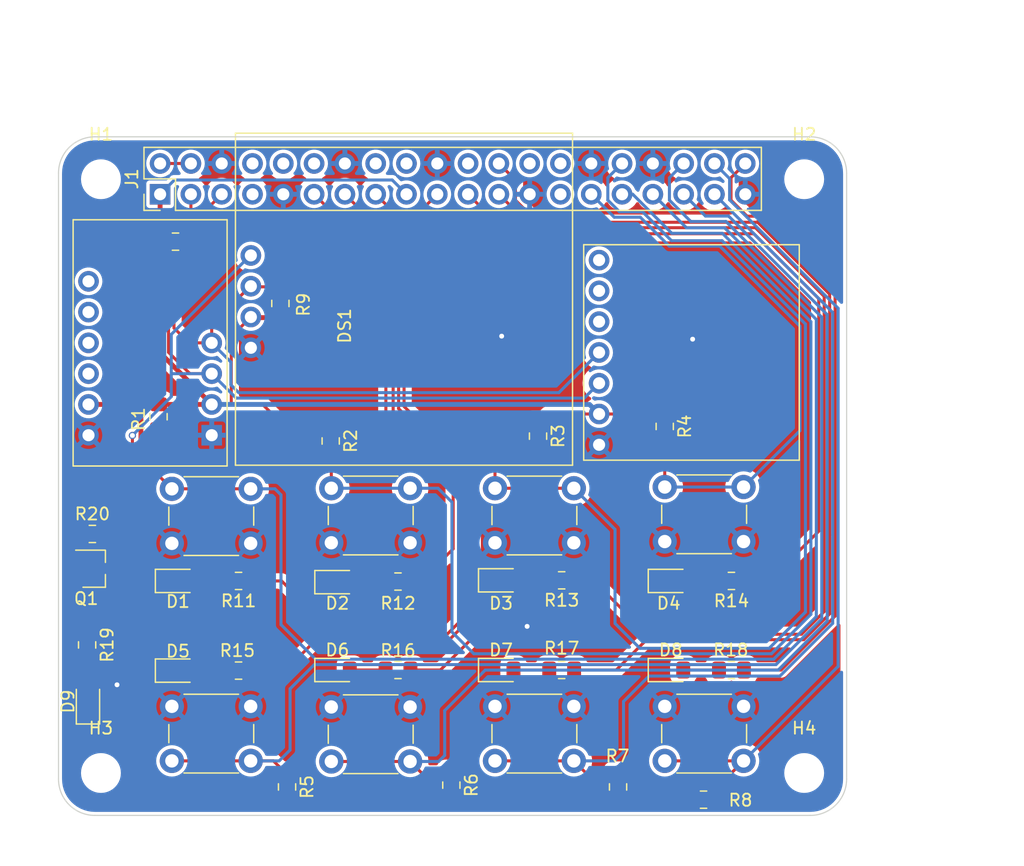
<source format=kicad_pcb>
(kicad_pcb (version 20211014) (generator pcbnew)
  (title_block (title "RaspberryPi Shield") (date "2022-05-17") (rev "26.05.2022") (company "t02 Niko Fauter"))
  (layers (0 "F.Cu" signal) (31 "B.Cu" signal) (34 "B.Paste" user) (35 "F.Paste" user) (36 "B.SilkS" user "B.Silkscreen") (37 "F.SilkS" user "F.Silkscreen") (38 "B.Mask" user) (39 "F.Mask" user) (44 "Edge.Cuts" user))
  (net 0 "")
  (net 1 "GND")
  (net 2 "+3V3")
  (net 3 "SDA")
  (net 4 "SCL")
  (net 12 "Net-(D1-Pad2)")
  (net 13 "Net-(D2-Pad2)")
  (net 14 "Net-(D3-Pad2)")
  (net 15 "Net-(D4-Pad2)")
  (net 16 "Net-(D5-Pad2)")
  (net 17 "Net-(D6-Pad2)")
  (net 18 "Net-(D7-Pad2)")
  (net 19 "Net-(D8-Pad2)")
  (net 20 "Button 8")
  (net 21 "Button 7")
  (net 22 "Diode 8")
  (net 23 "Button 6")
  (net 24 "Diode 7")
  (net 25 "Diode 6")
  (net 26 "Button 5")
  (net 27 "Diode 5")
  (net 28 "Diode 4")
  (net 29 "Button 4")
  (net 30 "Diode 3")
  (net 31 "Button 3")
  (net 32 "Button 2")
  (net 33 "Diode 2")
  (net 34 "Button 1")
  (net 35 "Diode 1")
  (net 36 "+5V")
  (net 47 "Net-(D9-Pad2)")
  (net 48 "Net-(Q1-Pad1)")
  (net 49 "Net-(Q1-Pad3)")
  (footprint "HWP:PiHeader" (layer "F.Cu") (at 8.38 5.24 90)
    (fp_text reference "J1" (at 1.27 -2.33 90) (layer "F.SilkS"))
    (fp_text value "PiHat")
    (pad "1" thru_hole rect locked (at 0 0 90) (size 1.7 1.7) (drill 1) (layers *.Cu *.Mask) (net 2 "+3V3"))
    (pad "2" thru_hole oval locked (at 2.54 0 90) (size 1.7 1.7) (drill 1) (layers *.Cu *.Mask) (net 36 "+5V"))
    (pad "3" thru_hole oval locked (at 0 2.54 90) (size 1.7 1.7) (drill 1) (layers *.Cu *.Mask) (net 3 "SDA"))
    (pad "4" thru_hole oval locked (at 2.54 2.54 90) (size 1.7 1.7) (drill 1) (layers *.Cu *.Mask) (net 36 "+5V"))
    (pad "5" thru_hole oval locked (at 0 5.08 90) (size 1.7 1.7) (drill 1) (layers *.Cu *.Mask) (net 4 "SCL"))
    (pad "6" thru_hole oval locked (at 2.54 5.08 90) (size 1.7 1.7) (drill 1) (layers *.Cu *.Mask) (net 1 "GND"))
    (pad "7" thru_hole oval locked (at 0 7.62 90) (size 1.7 1.7) (drill 1) (layers *.Cu *.Mask))
    (pad "8" thru_hole oval locked (at 2.54 7.62 90) (size 1.7 1.7) (drill 1) (layers *.Cu *.Mask))
    (pad "9" thru_hole oval locked (at 0 10.16 90) (size 1.7 1.7) (drill 1) (layers *.Cu *.Mask) (net 1 "GND"))
    (pad "10" thru_hole oval locked (at 2.54 10.16 90) (size 1.7 1.7) (drill 1) (layers *.Cu *.Mask))
    (pad "11" thru_hole oval locked (at 0 12.7 90) (size 1.7 1.7) (drill 1) (layers *.Cu *.Mask) (net 33 "Diode 2"))
    (pad "12" thru_hole oval locked (at 2.54 12.7 90) (size 1.7 1.7) (drill 1) (layers *.Cu *.Mask))
    (pad "13" thru_hole oval locked (at 0 15.24 90) (size 1.7 1.7) (drill 1) (layers *.Cu *.Mask) (net 35 "Diode 1"))
    (pad "14" thru_hole oval locked (at 2.54 15.24 90) (size 1.7 1.7) (drill 1) (layers *.Cu *.Mask) (net 1 "GND"))
    (pad "15" thru_hole oval locked (at 0 17.78 90) (size 1.7 1.7) (drill 1) (layers *.Cu *.Mask) (net 27 "Diode 5"))
    (pad "16" thru_hole oval locked (at 2.54 17.78 90) (size 1.7 1.7) (drill 1) (layers *.Cu *.Mask))
    (pad "17" thru_hole oval locked (at 0 20.32 90) (size 1.7 1.7) (drill 1) (layers *.Cu *.Mask) (net 2 "+3V3"))
    (pad "18" thru_hole oval locked (at 2.54 20.32 90) (size 1.7 1.7) (drill 1) (layers *.Cu *.Mask))
    (pad "19" thru_hole oval locked (at 0 22.86 90) (size 1.7 1.7) (drill 1) (layers *.Cu *.Mask) (net 25 "Diode 6"))
    (pad "20" thru_hole oval locked (at 2.54 22.86 90) (size 1.7 1.7) (drill 1) (layers *.Cu *.Mask) (net 1 "GND"))
    (pad "21" thru_hole oval locked (at 0 25.4 90) (size 1.7 1.7) (drill 1) (layers *.Cu *.Mask) (net 28 "Diode 4"))
    (pad "22" thru_hole oval locked (at 2.54 25.4 90) (size 1.7 1.7) (drill 1) (layers *.Cu *.Mask))
    (pad "23" thru_hole oval locked (at 0 27.94 90) (size 1.7 1.7) (drill 1) (layers *.Cu *.Mask) (net 30 "Diode 3"))
    (pad "24" thru_hole oval locked (at 2.54 27.94 90) (size 1.7 1.7) (drill 1) (layers *.Cu *.Mask) (net 24 "Diode 7"))
    (pad "25" thru_hole oval locked (at 0 30.48 90) (size 1.7 1.7) (drill 1) (layers *.Cu *.Mask) (net 1 "GND"))
    (pad "26" thru_hole oval locked (at 2.54 30.48 90) (size 1.7 1.7) (drill 1) (layers *.Cu *.Mask))
    (pad "27" thru_hole oval locked (at 0 33.02 90) (size 1.7 1.7) (drill 1) (layers *.Cu *.Mask))
    (pad "28" thru_hole oval locked (at 2.54 33.02 90) (size 1.7 1.7) (drill 1) (layers *.Cu *.Mask))
    (pad "29" thru_hole oval locked (at 0 35.56 90) (size 1.7 1.7) (drill 1) (layers *.Cu *.Mask) (net 29 "Button 4"))
    (pad "30" thru_hole oval locked (at 2.54 35.56 90) (size 1.7 1.7) (drill 1) (layers *.Cu *.Mask) (net 1 "GND"))
    (pad "31" thru_hole oval locked (at 0 38.1 90) (size 1.7 1.7) (drill 1) (layers *.Cu *.Mask) (net 32 "Button 2"))
    (pad "32" thru_hole oval locked (at 2.54 38.1 90) (size 1.7 1.7) (drill 1) (layers *.Cu *.Mask) (net 31 "Button 3"))
    (pad "33" thru_hole oval locked (at 0 40.64 90) (size 1.7 1.7) (drill 1) (layers *.Cu *.Mask) (net 34 "Button 1"))
    (pad "34" thru_hole oval locked (at 2.54 40.64 90) (size 1.7 1.7) (drill 1) (layers *.Cu *.Mask) (net 1 "GND"))
    (pad "35" thru_hole oval locked (at 0 43.18 90) (size 1.7 1.7) (drill 1) (layers *.Cu *.Mask) (net 23 "Button 6"))
    (pad "36" thru_hole oval locked (at 2.54 43.18 90) (size 1.7 1.7) (drill 1) (layers *.Cu *.Mask) (net 26 "Button 5"))
    (pad "37" thru_hole oval locked (at 0 45.72 90) (size 1.7 1.7) (drill 1) (layers *.Cu *.Mask) (net 21 "Button 7"))
    (pad "38" thru_hole oval locked (at 2.54 45.72 90) (size 1.7 1.7) (drill 1) (layers *.Cu *.Mask) (net 20 "Button 8"))
    (pad "39" thru_hole oval locked (at 0 48.26 90) (size 1.7 1.7) (drill 1) (layers *.Cu *.Mask) (net 1 "GND"))
    (pad "40" thru_hole oval locked (at 2.54 48.26 90) (size 1.7 1.7) (drill 1) (layers *.Cu *.Mask) (net 22 "Diode 8"))
  )
  (footprint "HWP:MountingHole_2.7mm_M2.5" (layer "F.Cu") (at 3.5 4)
    (fp_text reference "H1" (at 0 -3.7) (layer "F.SilkS"))
    (fp_text value "MountingHole")
    (pad "" np_thru_hole circle locked (at 0 0) (size 2.7 2.7) (drill 2.7) (layers *.Cu *.Mask))
  )
  (footprint "HWP:MountingHole_2.7mm_M2.5" (layer "F.Cu") (at 61.5 4)
    (fp_text reference "H2" (at 0 -3.7) (layer "F.SilkS"))
    (fp_text value "MountingHole")
    (pad "" np_thru_hole circle locked (at 0 0) (size 2.7 2.7) (drill 2.7) (layers *.Cu *.Mask))
  )
  (footprint "HWP:MountingHole_2.7mm_M2.5" (layer "F.Cu") (at 61.5 53)
    (fp_text reference "H4" (at 0 -3.7) (layer "F.SilkS"))
    (fp_text value "MountingHole")
    (pad "" np_thru_hole circle locked (at 0 0) (size 2.7 2.7) (drill 2.7) (layers *.Cu *.Mask))
  )
  (footprint "HWP:MountingHole_2.7mm_M2.5" (layer "F.Cu") (at 3.5 53)
    (fp_text reference "H3" (at 0 -3.7) (layer "F.SilkS"))
    (fp_text value "MountingHole")
    (pad "" np_thru_hole circle locked (at 0 0) (size 2.7 2.7) (drill 2.7) (layers *.Cu *.Mask))
  )
  (footprint "HWP:R_0805" (layer "F.Cu") (at 14.85 44.55 180)
    (fp_text reference "R15" (at 0.1 1.65) (layer "F.SilkS"))
    (fp_text value "330" hide)
    (pad "1" smd roundrect locked (at -1.025 0 180) (size 1.15 1.4) (layers "F.Cu" "F.Paste" "F.Mask") (roundrect_rratio 0.217391) (net 27 "Diode 5"))
    (pad "2" smd roundrect locked (at 1.025 0 180) (size 1.15 1.4) (layers "F.Cu" "F.Paste" "F.Mask") (roundrect_rratio 0.217391) (net 16 "Net-(D5-Pad2)"))
  )
  (footprint "HWP:R_0805" (layer "F.Cu") (at 28 44.5 180)
    (fp_text reference "R16" (at 0 1.6) (layer "F.SilkS"))
    (fp_text value "330" hide)
    (pad "1" smd roundrect locked (at -1.025 0 180) (size 1.15 1.4) (layers "F.Cu" "F.Paste" "F.Mask") (roundrect_rratio 0.217391) (net 25 "Diode 6"))
    (pad "2" smd roundrect locked (at 1.025 0 180) (size 1.15 1.4) (layers "F.Cu" "F.Paste" "F.Mask") (roundrect_rratio 0.217391) (net 17 "Net-(D6-Pad2)"))
  )
  (footprint "HWP:R_0805" (layer "F.Cu") (at 53.2 55.2)
    (fp_text reference "R8" (at 3.05 0.05) (layer "F.SilkS"))
    (fp_text value "10k" hide)
    (pad "1" smd roundrect locked (at -1.025 0) (size 1.15 1.4) (layers "F.Cu" "F.Paste" "F.Mask") (roundrect_rratio 0.217391) (net 2 "+3V3"))
    (pad "2" smd roundrect locked (at 1.025 0) (size 1.15 1.4) (layers "F.Cu" "F.Paste" "F.Mask") (roundrect_rratio 0.217391) (net 20 "Button 8"))
  )
  (footprint "HWP:BME280" (layer "F.Cu") (at 13.905 27.665 180)
    (fp_text reference "A2" hide)
    (fp_text value "BME280")
    (pad "1" thru_hole rect locked (at 1.27 2.54 180) (size 1.7 1.7) (drill 1) (layers *.Cu *.Mask) (net 1 "GND"))
    (pad "2" thru_hole circle locked (at 1.27 5.08 180) (size 1.7 1.7) (drill 1) (layers *.Cu *.Mask) (net 2 "+3V3"))
    (pad "3" thru_hole circle locked (at 1.27 7.62 180) (size 1.7 1.7) (drill 1) (layers *.Cu *.Mask) (net 3 "SDA"))
    (pad "4" thru_hole circle locked (at 1.27 10.16 180) (size 1.7 1.7) (drill 1) (layers *.Cu *.Mask) (net 4 "SCL"))
    (pad "5" thru_hole circle locked (at 11.43 2.54 180) (size 1.7 1.7) (drill 1) (layers *.Cu *.Mask) (net 1 "GND"))
    (pad "6" thru_hole circle locked (at 11.43 5.08 180) (size 1.7 1.7) (drill 1) (layers *.Cu *.Mask) (net 2 "+3V3"))
    (pad "7" thru_hole circle locked (at 11.43 7.62 180) (size 1.7 1.7) (drill 1) (layers *.Cu *.Mask))
    (pad "8" thru_hole circle locked (at 11.43 10.16 180) (size 1.7 1.7) (drill 1) (layers *.Cu *.Mask))
    (pad "9" thru_hole circle locked (at 11.43 12.7 180) (size 1.7 1.7) (drill 1) (layers *.Cu *.Mask))
    (pad "10" thru_hole circle locked (at 11.43 15.24 180) (size 1.7 1.7) (drill 1) (layers *.Cu *.Mask))
  )
  (footprint "HWP:LED_0805" (layer "F.Cu") (at 23 44.5)
    (fp_text reference "D6" (at 0 -1.65) (layer "F.SilkS"))
    (fp_text value "red" hide)
    (pad "1" smd roundrect locked (at -1.025 0) (size 1.15 1.4) (layers "F.Cu" "F.Paste" "F.Mask") (roundrect_rratio 0.217391) (net 1 "GND"))
    (pad "2" smd roundrect locked (at 1.025 0) (size 1.15 1.4) (layers "F.Cu" "F.Paste" "F.Mask") (roundrect_rratio 0.217391) (net 17 "Net-(D6-Pad2)"))
  )
  (footprint "HWP:LED_0805" (layer "F.Cu") (at 50.5 44.5)
    (fp_text reference "D8" (at 0 -1.65) (layer "F.SilkS"))
    (fp_text value "red")
    (pad "1" smd roundrect locked (at -1.025 0) (size 1.15 1.4) (layers "F.Cu" "F.Paste" "F.Mask") (roundrect_rratio 0.217391) (net 1 "GND"))
    (pad "2" smd roundrect locked (at 1.025 0) (size 1.15 1.4) (layers "F.Cu" "F.Paste" "F.Mask") (roundrect_rratio 0.217391) (net 19 "Net-(D8-Pad2)"))
  )
  (footprint "HWP:LED_0805" (layer "F.Cu") (at 9.85 37.15)
    (fp_text reference "D1" (at 0 1.7) (layer "F.SilkS"))
    (fp_text value "red" hide)
    (pad "1" smd roundrect locked (at -1.025 0) (size 1.15 1.4) (layers "F.Cu" "F.Paste" "F.Mask") (roundrect_rratio 0.217391) (net 1 "GND"))
    (pad "2" smd roundrect locked (at 1.025 0) (size 1.15 1.4) (layers "F.Cu" "F.Paste" "F.Mask") (roundrect_rratio 0.217391) (net 12 "Net-(D1-Pad2)"))
  )
  (footprint "HWP:R_0805" (layer "F.Cu") (at 46.15 54.15 90)
    (fp_text reference "R7" (at 2.55 -0.05 180) (layer "F.SilkS"))
    (fp_text value "10k" hide)
    (pad "1" smd roundrect locked (at -1.025 0 90) (size 1.15 1.4) (layers "F.Cu" "F.Paste" "F.Mask") (roundrect_rratio 0.217391) (net 2 "+3V3"))
    (pad "2" smd roundrect locked (at 1.025 0 90) (size 1.15 1.4) (layers "F.Cu" "F.Paste" "F.Mask") (roundrect_rratio 0.217391) (net 21 "Button 7"))
  )
  (footprint "HWP:R_0805" (layer "F.Cu") (at 18.85 54.15 90)
    (fp_text reference "R5" (at 0 1.65 90) (layer "F.SilkS"))
    (fp_text value "10k" hide)
    (pad "1" smd roundrect locked (at -1.025 0 90) (size 1.15 1.4) (layers "F.Cu" "F.Paste" "F.Mask") (roundrect_rratio 0.217391) (net 2 "+3V3"))
    (pad "2" smd roundrect locked (at 1.025 0 90) (size 1.15 1.4) (layers "F.Cu" "F.Paste" "F.Mask") (roundrect_rratio 0.217391) (net 26 "Button 5"))
  )
  (footprint "HWP:R_0805" (layer "F.Cu") (at 2.794 33.274)
    (fp_text reference "R20" (at 0 -1.65) (layer "F.SilkS"))
    (fp_text value "100" hide)
    (pad "1" smd roundrect locked (at -1.025 0) (size 1.15 1.4) (layers "F.Cu" "F.Paste" "F.Mask") (roundrect_rratio 0.217391) (net 48 "Net-(Q1-Pad1)"))
    (pad "2" smd roundrect locked (at 1.025 0) (size 1.15 1.4) (layers "F.Cu" "F.Paste" "F.Mask") (roundrect_rratio 0.217391) (net 3 "SDA"))
  )
  (footprint "HWP:PushButton" (layer "F.Cu") (at 56.5 33.9 180)
    (fp_text reference "SW4" hide)
    (fp_text value "Pushbutton" hide)
    (pad "1" thru_hole circle locked (at 0 0 270) (size 2 2) (drill 1.1) (layers *.Cu *.Mask) (net 1 "GND"))
    (pad "1" thru_hole circle locked (at 6.5 0 270) (size 2 2) (drill 1.1) (layers *.Cu *.Mask) (net 1 "GND"))
    (pad "2" thru_hole circle locked (at 0 4.5 270) (size 2 2) (drill 1.1) (layers *.Cu *.Mask) (net 29 "Button 4"))
    (pad "2" thru_hole circle locked (at 6.5 4.5 270) (size 2 2) (drill 1.1) (layers *.Cu *.Mask) (net 29 "Button 4"))
  )
  (footprint "HWP:R_0805" (layer "F.Cu") (at 18.3 14.25 90)
    (fp_text reference "R9" (at -0.1 1.9 90) (layer "F.SilkS"))
    (fp_text value "10k" hide)
    (pad "1" smd roundrect locked (at -1.025 0 90) (size 1.15 1.4) (layers "F.Cu" "F.Paste" "F.Mask") (roundrect_rratio 0.217391) (net 2 "+3V3"))
    (pad "2" smd roundrect locked (at 1.025 0 90) (size 1.15 1.4) (layers "F.Cu" "F.Paste" "F.Mask") (roundrect_rratio 0.217391) (net 4 "SCL"))
  )
  (footprint "HWP:LED_0805" (layer "F.Cu") (at 50.5 37.15)
    (fp_text reference "D4" (at 0.9 1.85) (layer "F.SilkS") (effects (justify right)))
    (fp_text value "red" hide)
    (pad "1" smd roundrect locked (at -1.025 0) (size 1.15 1.4) (layers "F.Cu" "F.Paste" "F.Mask") (roundrect_rratio 0.217391) (net 1 "GND"))
    (pad "2" smd roundrect locked (at 1.025 0) (size 1.15 1.4) (layers "F.Cu" "F.Paste" "F.Mask") (roundrect_rratio 0.217391) (net 15 "Net-(D4-Pad2)"))
  )
  (footprint "HWP:R_0805" (layer "F.Cu") (at 14.85 37.15 180)
    (fp_text reference "R11" (at 0 -1.65) (layer "F.SilkS"))
    (fp_text value "330" hide)
    (pad "1" smd roundrect locked (at -1.025 0 180) (size 1.15 1.4) (layers "F.Cu" "F.Paste" "F.Mask") (roundrect_rratio 0.217391) (net 35 "Diode 1"))
    (pad "2" smd roundrect locked (at 1.025 0 180) (size 1.15 1.4) (layers "F.Cu" "F.Paste" "F.Mask") (roundrect_rratio 0.217391) (net 12 "Net-(D1-Pad2)"))
  )
  (footprint "HWP:LED_0805" (layer "F.Cu") (at 36.5 37.1)
    (fp_text reference "D3" (at 0 1.9) (layer "F.SilkS"))
    (fp_text value "red" hide)
    (pad "1" smd roundrect locked (at -1.025 0) (size 1.15 1.4) (layers "F.Cu" "F.Paste" "F.Mask") (roundrect_rratio 0.217391) (net 1 "GND"))
    (pad "2" smd roundrect locked (at 1.025 0) (size 1.15 1.4) (layers "F.Cu" "F.Paste" "F.Mask") (roundrect_rratio 0.217391) (net 14 "Net-(D3-Pad2)"))
  )
  (footprint "HWP:OLED" (layer "F.Cu") (at 14.595 14.1 90)
    (fp_text reference "DS1" (at -2 9.005 90) (layer "F.SilkS"))
    (fp_text value "OLED")
    (pad "1" thru_hole circle locked (at -3.81 1.27 90) (size 1.7 1.7) (drill 1) (layers *.Cu *.Mask) (net 1 "GND"))
    (pad "2" thru_hole circle locked (at -1.27 1.27 90) (size 1.7 1.7) (drill 1) (layers *.Cu *.Mask) (net 2 "+3V3"))
    (pad "3" thru_hole circle locked (at 1.27 1.27 90) (size 1.7 1.7) (drill 1) (layers *.Cu *.Mask) (net 4 "SCL"))
    (pad "4" thru_hole circle locked (at 3.81 1.27 90) (size 1.7 1.7) (drill 1) (layers *.Cu *.Mask) (net 3 "SDA"))
  )
  (footprint "HWP:R_0805" (layer "F.Cu") (at 39.55 25.2 -90)
    (fp_text reference "R3" (at 0 -1.65 90) (layer "F.SilkS"))
    (fp_text value "10k" hide)
    (pad "1" smd roundrect locked (at -1.025 0 270) (size 1.15 1.4) (layers "F.Cu" "F.Paste" "F.Mask") (roundrect_rratio 0.217391) (net 2 "+3V3"))
    (pad "2" smd roundrect locked (at 1.025 0 270) (size 1.15 1.4) (layers "F.Cu" "F.Paste" "F.Mask") (roundrect_rratio 0.217391) (net 31 "Button 3"))
  )
  (footprint "HWP:R_0805" (layer "F.Cu") (at 55.5 37.15 180)
    (fp_text reference "R14" (at 0 -1.65) (layer "F.SilkS"))
    (fp_text value "330" hide)
    (pad "1" smd roundrect locked (at -1.025 0 180) (size 1.15 1.4) (layers "F.Cu" "F.Paste" "F.Mask") (roundrect_rratio 0.217391) (net 28 "Diode 4"))
    (pad "2" smd roundrect locked (at 1.025 0 180) (size 1.15 1.4) (layers "F.Cu" "F.Paste" "F.Mask") (roundrect_rratio 0.217391) (net 15 "Net-(D4-Pad2)"))
  )
  (footprint "HWP:PushButton" (layer "F.Cu") (at 9.35 47.5)
    (fp_text reference "SW5" hide)
    (fp_text value "Pushbutton" hide)
    (pad "1" thru_hole circle locked (at 6.5 0 90) (size 2 2) (drill 1.1) (layers *.Cu *.Mask) (net 1 "GND"))
    (pad "1" thru_hole circle locked (at 0 0 90) (size 2 2) (drill 1.1) (layers *.Cu *.Mask) (net 1 "GND"))
    (pad "2" thru_hole circle locked (at 6.5 4.5 90) (size 2 2) (drill 1.1) (layers *.Cu *.Mask) (net 26 "Button 5"))
    (pad "2" thru_hole circle locked (at 0 4.5 90) (size 2 2) (drill 1.1) (layers *.Cu *.Mask) (net 26 "Button 5"))
  )
  (footprint "HWP:LED_0805" (layer "F.Cu") (at 9.85 44.55)
    (fp_text reference "D5" (at 0 -1.6) (layer "F.SilkS"))
    (fp_text value "red" hide)
    (pad "1" smd roundrect locked (at -1.025 0) (size 1.15 1.4) (layers "F.Cu" "F.Paste" "F.Mask") (roundrect_rratio 0.217391) (net 1 "GND"))
    (pad "2" smd roundrect locked (at 1.025 0) (size 1.15 1.4) (layers "F.Cu" "F.Paste" "F.Mask") (roundrect_rratio 0.217391) (net 16 "Net-(D5-Pad2)"))
  )
  (footprint "HWP:PushButton" (layer "F.Cu") (at 29 34 180)
    (fp_text reference "SW2" hide)
    (fp_text value "Pushbutton" hide)
    (pad "1" thru_hole circle locked (at 0 0 270) (size 2 2) (drill 1.1) (layers *.Cu *.Mask) (net 1 "GND"))
    (pad "1" thru_hole circle locked (at 6.5 0 270) (size 2 2) (drill 1.1) (layers *.Cu *.Mask) (net 1 "GND"))
    (pad "2" thru_hole circle locked (at 0 4.5 270) (size 2 2) (drill 1.1) (layers *.Cu *.Mask) (net 32 "Button 2"))
    (pad "2" thru_hole circle locked (at 6.5 4.5 270) (size 2 2) (drill 1.1) (layers *.Cu *.Mask) (net 32 "Button 2"))
  )
  (footprint "HWP:SOT-23" (layer "F.Cu") (at 2.92 36.12)
    (fp_text reference "Q1" (at -0.634 2.488) (layer "F.SilkS"))
    (fp_text value "PMOS_GSD" hide)
    (pad "1" smd rect locked (at -1.31 -0.95) (size 1.22 0.65) (layers "F.Cu" "F.Paste" "F.Mask") (net 48 "Net-(Q1-Pad1)"))
    (pad "2" smd rect locked (at -1.31 0.95) (size 1.22 0.65) (layers "F.Cu" "F.Paste" "F.Mask") (net 2 "+3V3"))
    (pad "3" smd rect locked (at 1.31 0) (size 1.22 0.65) (layers "F.Cu" "F.Paste" "F.Mask") (net 49 "Net-(Q1-Pad3)"))
  )
  (footprint "HWP:R_0805" (layer "F.Cu") (at 55.5 44.5 180)
    (fp_text reference "R18" (at 0.05 1.65) (layer "F.SilkS"))
    (fp_text value "330" hide)
    (pad "1" smd roundrect locked (at -1.025 0 180) (size 1.15 1.4) (layers "F.Cu" "F.Paste" "F.Mask") (roundrect_rratio 0.217391) (net 22 "Diode 8"))
    (pad "2" smd roundrect locked (at 1.025 0 180) (size 1.15 1.4) (layers "F.Cu" "F.Paste" "F.Mask") (roundrect_rratio 0.217391) (net 19 "Net-(D8-Pad2)"))
  )
  (footprint "HWP:Sparkfun-CCS881" (layer "F.Cu") (at 61.095 9.405 -90)
    (fp_text reference "A1" hide)
    (fp_text value "Sparkfun-CCS811")
    (pad "1" thru_hole circle locked (at 16.51 16.51) (size 1.7 1.7) (drill 1) (layers *.Cu *.Mask) (net 1 "GND"))
    (pad "2" thru_hole circle locked (at 13.97 16.51 270) (size 1.7 1.7) (drill 1) (layers *.Cu *.Mask) (net 2 "+3V3"))
    (pad "3" thru_hole circle locked (at 11.43 16.51 270) (size 1.7 1.7) (drill 1) (layers *.Cu *.Mask) (net 3 "SDA"))
    (pad "4" thru_hole circle locked (at 8.89 16.51 270) (size 1.7 1.7) (drill 1) (layers *.Cu *.Mask) (net 4 "SCL"))
    (pad "5" thru_hole circle locked (at 6.35 16.51 270) (size 1.7 1.7) (drill 1) (layers *.Cu *.Mask))
    (pad "6" thru_hole circle locked (at 3.81 16.51 270) (size 1.7 1.7) (drill 1) (layers *.Cu *.Mask))
    (pad "7" thru_hole circle locked (at 1.27 16.51 270) (size 1.7 1.7) (drill 1) (layers *.Cu *.Mask))
  )
  (footprint "HWP:R_0805" (layer "F.Cu") (at 32.4 54 90)
    (fp_text reference "R6" (at 0 1.65 270) (layer "F.SilkS"))
    (fp_text value "10k" hide)
    (pad "1" smd roundrect locked (at -1.025 0 90) (size 1.15 1.4) (layers "F.Cu" "F.Paste" "F.Mask") (roundrect_rratio 0.217391) (net 2 "+3V3"))
    (pad "2" smd roundrect locked (at 1.025 0 90) (size 1.15 1.4) (layers "F.Cu" "F.Paste" "F.Mask") (roundrect_rratio 0.217391) (net 23 "Button 6"))
  )
  (footprint "HWP:R_0805" (layer "F.Cu") (at 50 24.4 -90)
    (fp_text reference "R4" (at 0 -1.65 90) (layer "F.SilkS"))
    (fp_text value "10k" hide)
    (pad "1" smd roundrect locked (at -1.025 0 270) (size 1.15 1.4) (layers "F.Cu" "F.Paste" "F.Mask") (roundrect_rratio 0.217391) (net 2 "+3V3"))
    (pad "2" smd roundrect locked (at 1.025 0 270) (size 1.15 1.4) (layers "F.Cu" "F.Paste" "F.Mask") (roundrect_rratio 0.217391) (net 29 "Button 4"))
  )
  (footprint "HWP:PushButton" (layer "F.Cu") (at 42.5 34 180)
    (fp_text reference "SW3" hide)
    (fp_text value "Pushbutton" hide)
    (pad "1" thru_hole circle locked (at 6.5 0 270) (size 2 2) (drill 1.1) (layers *.Cu *.Mask) (net 1 "GND"))
    (pad "1" thru_hole circle locked (at 0 0 270) (size 2 2) (drill 1.1) (layers *.Cu *.Mask) (net 1 "GND"))
    (pad "2" thru_hole circle locked (at 0 4.5 270) (size 2 2) (drill 1.1) (layers *.Cu *.Mask) (net 31 "Button 3"))
    (pad "2" thru_hole circle locked (at 6.5 4.5 270) (size 2 2) (drill 1.1) (layers *.Cu *.Mask) (net 31 "Button 3"))
  )
  (footprint "HWP:R_0805" (layer "F.Cu") (at 41.5 37.1 180)
    (fp_text reference "R13" (at 0 -1.65) (layer "F.SilkS"))
    (fp_text value "330" hide)
    (pad "1" smd roundrect locked (at -1.025 0 180) (size 1.15 1.4) (layers "F.Cu" "F.Paste" "F.Mask") (roundrect_rratio 0.217391) (net 30 "Diode 3"))
    (pad "2" smd roundrect locked (at 1.025 0 180) (size 1.15 1.4) (layers "F.Cu" "F.Paste" "F.Mask") (roundrect_rratio 0.217391) (net 14 "Net-(D3-Pad2)"))
  )
  (footprint "HWP:R_0805" (layer "F.Cu") (at 22.45 25.6 -90)
    (fp_text reference "R2" (at 0 -1.65 90) (layer "F.SilkS"))
    (fp_text value "10k" hide)
    (pad "1" smd roundrect locked (at -1.025 0 270) (size 1.15 1.4) (layers "F.Cu" "F.Paste" "F.Mask") (roundrect_rratio 0.217391) (net 2 "+3V3"))
    (pad "2" smd roundrect locked (at 1.025 0 270) (size 1.15 1.4) (layers "F.Cu" "F.Paste" "F.Mask") (roundrect_rratio 0.217391) (net 32 "Button 2"))
  )
  (footprint "HWP:LED_0805" (layer "F.Cu") (at 23 37.25)
    (fp_text reference "D2" (at 0 1.75) (layer "F.SilkS"))
    (fp_text value "red" hide)
    (pad "1" smd roundrect locked (at -1.025 0) (size 1.15 1.4) (layers "F.Cu" "F.Paste" "F.Mask") (roundrect_rratio 0.217391) (net 1 "GND"))
    (pad "2" smd roundrect locked (at 1.025 0) (size 1.15 1.4) (layers "F.Cu" "F.Paste" "F.Mask") (roundrect_rratio 0.217391) (net 13 "Net-(D2-Pad2)"))
  )
  (footprint "HWP:PushButton" (layer "F.Cu") (at 50 47.5)
    (fp_text reference "SW8" hide)
    (fp_text value "Pushbutton" hide)
    (pad "1" thru_hole circle locked (at 0 0 90) (size 2 2) (drill 1.1) (layers *.Cu *.Mask) (net 1 "GND"))
    (pad "1" thru_hole circle locked (at 6.5 0 90) (size 2 2) (drill 1.1) (layers *.Cu *.Mask) (net 1 "GND"))
    (pad "2" thru_hole circle locked (at 6.5 4.5 90) (size 2 2) (drill 1.1) (layers *.Cu *.Mask) (net 20 "Button 8"))
    (pad "2" thru_hole circle locked (at 0 4.5 90) (size 2 2) (drill 1.1) (layers *.Cu *.Mask) (net 20 "Button 8"))
  )
  (footprint "HWP:LED_0805" (layer "F.Cu") (at 2.43 47.0975 90)
    (fp_text reference "D9" (at 0 -1.65 90) (layer "F.SilkS"))
    (fp_text value "green" hide)
    (pad "1" smd roundrect locked (at -1.025 0 90) (size 1.15 1.4) (layers "F.Cu" "F.Paste" "F.Mask") (roundrect_rratio 0.217391) (net 1 "GND"))
    (pad "2" smd roundrect locked (at 1.025 0 90) (size 1.15 1.4) (layers "F.Cu" "F.Paste" "F.Mask") (roundrect_rratio 0.217391) (net 47 "Net-(D9-Pad2)"))
  )
  (footprint "HWP:LED_0805" (layer "F.Cu") (at 36.5 44.5)
    (fp_text reference "D7" (at 0 -1.65) (layer "F.SilkS"))
    (fp_text value "red" hide)
    (pad "1" smd roundrect locked (at -1.025 0) (size 1.15 1.4) (layers "F.Cu" "F.Paste" "F.Mask") (roundrect_rratio 0.217391) (net 1 "GND"))
    (pad "2" smd roundrect locked (at 1.025 0) (size 1.15 1.4) (layers "F.Cu" "F.Paste" "F.Mask") (roundrect_rratio 0.217391) (net 18 "Net-(D7-Pad2)"))
  )
  (footprint "HWP:R_0805" (layer "F.Cu") (at 8.25 23.6 -90)
    (fp_text reference "R1" (at 0.2 1.65 90) (layer "F.SilkS"))
    (fp_text value "10k" hide)
    (pad "1" smd roundrect locked (at -1.025 0 270) (size 1.15 1.4) (layers "F.Cu" "F.Paste" "F.Mask") (roundrect_rratio 0.217391) (net 2 "+3V3"))
    (pad "2" smd roundrect locked (at 1.025 0 270) (size 1.15 1.4) (layers "F.Cu" "F.Paste" "F.Mask") (roundrect_rratio 0.217391) (net 34 "Button 1"))
  )
  (footprint "HWP:PushButton" (layer "F.Cu") (at 36 47.5)
    (fp_text reference "SW7" hide)
    (fp_text value "Pushbutton" hide)
    (pad "1" thru_hole circle locked (at 6.5 0 90) (size 2 2) (drill 1.1) (layers *.Cu *.Mask) (net 1 "GND"))
    (pad "1" thru_hole circle locked (at 0 0 90) (size 2 2) (drill 1.1) (layers *.Cu *.Mask) (net 1 "GND"))
    (pad "2" thru_hole circle locked (at 0 4.5 90) (size 2 2) (drill 1.1) (layers *.Cu *.Mask) (net 21 "Button 7"))
    (pad "2" thru_hole circle locked (at 6.5 4.5 90) (size 2 2) (drill 1.1) (layers *.Cu *.Mask) (net 21 "Button 7"))
  )
  (footprint "HWP:R_0805" (layer "F.Cu") (at 9.65 9.15)
    (fp_text reference "R10" hide)
    (fp_text value "10k" hide)
    (pad "1" smd roundrect locked (at -1.025 0) (size 1.15 1.4) (layers "F.Cu" "F.Paste" "F.Mask") (roundrect_rratio 0.217391) (net 2 "+3V3"))
    (pad "2" smd roundrect locked (at 1.025 0) (size 1.15 1.4) (layers "F.Cu" "F.Paste" "F.Mask") (roundrect_rratio 0.217391) (net 3 "SDA"))
  )
  (footprint "HWP:PushButton" (layer "F.Cu") (at 15.85 34.05 180)
    (fp_text reference "SW1" hide)
    (fp_text value "Pushbutton" hide)
    (pad "1" thru_hole circle locked (at 0 0 270) (size 2 2) (drill 1.1) (layers *.Cu *.Mask) (net 1 "GND"))
    (pad "1" thru_hole circle locked (at 6.5 0 270) (size 2 2) (drill 1.1) (layers *.Cu *.Mask) (net 1 "GND"))
    (pad "2" thru_hole circle locked (at 6.5 4.5 270) (size 2 2) (drill 1.1) (layers *.Cu *.Mask) (net 34 "Button 1"))
    (pad "2" thru_hole circle locked (at 0 4.5 270) (size 2 2) (drill 1.1) (layers *.Cu *.Mask) (net 34 "Button 1"))
  )
  (footprint "HWP:R_0805" (layer "F.Cu") (at 28 37.2 180)
    (fp_text reference "R12" (at 0 -1.8) (layer "F.SilkS"))
    (fp_text value "330" hide)
    (pad "1" smd roundrect locked (at -1.025 0 180) (size 1.15 1.4) (layers "F.Cu" "F.Paste" "F.Mask") (roundrect_rratio 0.217391) (net 33 "Diode 2"))
    (pad "2" smd roundrect locked (at 1.025 0 180) (size 1.15 1.4) (layers "F.Cu" "F.Paste" "F.Mask") (roundrect_rratio 0.217391) (net 13 "Net-(D2-Pad2)"))
  )
  (footprint "HWP:PushButton" (layer "F.Cu") (at 22.5 47.55)
    (fp_text reference "SW6" hide)
    (fp_text value "Pushbutton" hide)
    (pad "1" thru_hole circle locked (at 6.5 0 90) (size 2 2) (drill 1.1) (layers *.Cu *.Mask) (net 1 "GND"))
    (pad "1" thru_hole circle locked (at 0 0 90) (size 2 2) (drill 1.1) (layers *.Cu *.Mask) (net 1 "GND"))
    (pad "2" thru_hole circle locked (at 0 4.5 90) (size 2 2) (drill 1.1) (layers *.Cu *.Mask) (net 23 "Button 6"))
    (pad "2" thru_hole circle locked (at 6.5 4.5 90) (size 2 2) (drill 1.1) (layers *.Cu *.Mask) (net 23 "Button 6"))
  )
  (footprint "HWP:R_0805" (layer "F.Cu") (at 2.36 42.43 -90)
    (fp_text reference "R19" (at 0 -1.65 90) (layer "F.SilkS"))
    (fp_text value "200" hide)
    (pad "1" smd roundrect locked (at -1.025 0 270) (size 1.15 1.4) (layers "F.Cu" "F.Paste" "F.Mask") (roundrect_rratio 0.217391) (net 49 "Net-(Q1-Pad3)"))
    (pad "2" smd roundrect locked (at 1.025 0 270) (size 1.15 1.4) (layers "F.Cu" "F.Paste" "F.Mask") (roundrect_rratio 0.217391) (net 47 "Net-(D9-Pad2)"))
  )
  (footprint "HWP:R_0805" (layer "F.Cu") (at 41.5 44.5 180)
    (fp_text reference "R17" (at 0 1.8) (layer "F.SilkS"))
    (fp_text value "330" hide)
    (pad "1" smd roundrect locked (at -1.025 0 180) (size 1.15 1.4) (layers "F.Cu" "F.Paste" "F.Mask") (roundrect_rratio 0.217391) (net 24 "Diode 7"))
    (pad "2" smd roundrect locked (at 1.025 0 180) (size 1.15 1.4) (layers "F.Cu" "F.Paste" "F.Mask") (roundrect_rratio 0.217391) (net 18 "Net-(D7-Pad2)"))
  )
  (gr_arc (start 3 56.5) (mid 0.87868 55.62132) (end 0 53.5) (layer "Edge.Cuts") (width 0.1))
  (gr_arc (start 65 53.5) (mid 64.12132 55.62132) (end 62 56.5) (layer "Edge.Cuts") (width 0.1))
  (gr_arc (start 0 3.5) (mid 0.87868 1.37868) (end 3 0.5) (layer "Edge.Cuts") (width 0.1))
  (gr_line (start 3 0.5) (end 62 0.5) (layer "Edge.Cuts") (width 0.1))
  (gr_arc (start 62 0.5) (mid 64.12132 1.37868) (end 65 3.5) (layer "Edge.Cuts") (width 0.1))
  (gr_line (start 0 53.5) (end 0 3.5) (layer "Edge.Cuts") (width 0.1))
  (gr_line (start 65 3.5) (end 65 53.5) (layer "Edge.Cuts") (width 0.1))
  (gr_line (start 3 56.5) (end 62 56.5) (layer "Edge.Cuts") (width 0.1))
  (via (at 38.65 40.9) (size 0.6) (drill 0.4) (layers "F.Cu" "B.Cu") (net 1))
  (via (at 52.3 17.2) (size 0.6) (drill 0.4) (layers "F.Cu" "B.Cu") (net 1))
  (via (at 4.826 45.72) (size 0.6) (drill 0.4) (layers "F.Cu" "B.Cu") (net 1))
  (via (at 36.55 16.95) (size 0.6) (drill 0.4) (layers "F.Cu" "B.Cu") (net 1))
  (segment (start 6.8 53.3) (end 8.675 55.175) (width 0.4) (layer "F.Cu") (net 2))
  (segment (start 14.25 16.985) (end 14.25 22.5) (width 0.25) (layer "F.Cu") (net 2))
  (segment (start 8.55048 18.50048) (end 12.635 22.585) (width 0.4) (layer "F.Cu") (net 2))
  (segment (start 8.55048 9.22452) (end 8.55048 18.50048) (width 0.4) (layer "F.Cu") (net 2))
  (segment (start 15.765 15.42) (end 17.62 15.42) (width 0.4) (layer "F.Cu") (net 2))
  (segment (start 18.85 55.175) (end 32.925 55.175) (width 0.4) (layer "F.Cu") (net 2))
  (segment (start 44.585 23.375) (end 50 23.375) (width 0.25) (layer "F.Cu") (net 2))
  (segment (start 6.742 35.052) (end 6.8 34.994) (width 0.25) (layer "F.Cu") (net 2))
  (segment (start 14.335 22.585) (end 16.835 22.585) (width 0.25) (layer "F.Cu") (net 2))
  (segment (start 8.38 8.905) (end 8.625 9.15) (width 0.4) (layer "F.Cu") (net 2))
  (segment (start 8.675 55.175) (end 18.85 55.175) (width 0.4) (layer "F.Cu") (net 2))
  (segment (start 8.625 9.15) (end 8.55048 9.22452) (width 0.25) (layer "F.Cu") (net 2))
  (segment (start 14.25 22.5) (end 14.335 22.585) (width 0.25) (layer "F.Cu") (net 2))
  (segment (start 5.015 22.585) (end 4.785 22.585) (width 0.4) (layer "F.Cu") (net 2))
  (segment (start 32.1 55.175) (end 52.15 55.175) (width 0.25) (layer "F.Cu") (net 2))
  (segment (start 12.635 22.585) (end 14.335 22.585) (width 0.25) (layer "F.Cu") (net 2))
  (segment (start 40.35 23.375) (end 44.585 23.375) (width 0.25) (layer "F.Cu") (net 2))
  (segment (start 18.825 24.575) (end 22.45 24.575) (width 0.25) (layer "F.Cu") (net 2))
  (segment (start 6.885 22.585) (end 12.635 22.585) (width 0.4) (layer "F.Cu") (net 2))
  (segment (start 4.335 22.585) (end 2.475 22.585) (width 0.4) (layer "F.Cu") (net 2))
  (segment (start 5.015 22.585) (end 6.885 22.585) (width 0.4) (layer "F.Cu") (net 2))
  (segment (start 15.865 15.37) (end 14.25 16.985) (width 0.25) (layer "F.Cu") (net 2))
  (segment (start 6.8 50.45) (end 6.8 34.994) (width 0.4) (layer "F.Cu") (net 2))
  (segment (start 4.335 22.585) (end 5.015 22.585) (width 0.4) (layer "F.Cu") (net 2))
  (segment (start 6.8 50.45) (end 6.8 53.3) (width 0.4) (layer "F.Cu") (net 2))
  (segment (start 1.61 37.07) (end 3.628 35.052) (width 0.4) (layer "F.Cu") (net 2))
  (segment (start 16.835 22.585) (end 18.825 24.575) (width 0.25) (layer "F.Cu") (net 2))
  (segment (start 6.8 34.994) (end 6.8 22.67) (width 0.4) (layer "F.Cu") (net 2))
  (segment (start 39.55 24.175) (end 40.35 23.375) (width 0.25) (layer "F.Cu") (net 2))
  (segment (start 3.628 35.052) (end 6.742 35.052) (width 0.4) (layer "F.Cu") (net 2))
  (segment (start 8.38 5.24) (end 8.38 8.905) (width 0.4) (layer "F.Cu") (net 2))
  (segment (start 12.635 22.585) (end 43.695 22.585) (width 0.4) (layer "B.Cu") (net 2))
  (segment (start 28.7 5.24) (end 27.525489 4.065489) (width 0.25) (layer "B.Cu") (net 2))
  (segment (start 9.554511 4.065489) (end 8.38 5.24) (width 0.25) (layer "B.Cu") (net 2))
  (segment (start 27.525489 4.065489) (end 9.554511 4.065489) (width 0.25) (layer "B.Cu") (net 2))
  (segment (start 43.695 22.585) (end 43.795 22.585) (width 0.25) (layer "B.Cu") (net 2))
  (segment (start 43.795 22.585) (end 44.585 23.375) (width 0.4) (layer "B.Cu") (net 2))
  (segment (start 9.075 18.283216) (end 10.845892 20.054108) (width 0.25) (layer "F.Cu") (net 3))
  (segment (start 10.675 9.15) (end 9.075 10.75) (width 0.25) (layer "F.Cu") (net 3))
  (segment (start 10.855 20.045) (end 12.635 20.045) (width 0.25) (layer "F.Cu") (net 3))
  (segment (start 10.845892 20.054108) (end 10.855 20.045) (width 0.25) (layer "F.Cu") (net 3))
  (segment (start 6.096 25.146) (end 6.096 32.766) (width 0.25) (layer "F.Cu") (net 3))
  (segment (start 9.075 10.75) (end 9.075 18.283216) (width 0.25) (layer "F.Cu") (net 3))
  (segment (start 5.588 33.274) (end 3.819 33.274) (width 0.25) (layer "F.Cu") (net 3))
  (segment (start 10.92 8.905) (end 10.675 9.15) (width 0.25) (layer "F.Cu") (net 3))
  (segment (start 10.92 5.24) (end 10.92 8.905) (width 0.25) (layer "F.Cu") (net 3))
  (segment (start 6.096 32.766) (end 5.588 33.274) (width 0.25) (layer "F.Cu") (net 3))
  (via (at 6.096 25.146) (size 0.6) (drill 0.4) (layers "F.Cu" "B.Cu") (net 3))
  (segment (start 12.635 20.045) (end 14.65048 22.06048) (width 0.25) (layer "B.Cu") (net 3))
  (segment (start 14.65048 22.06048) (end 43.35952 22.06048) (width 0.25) (layer "B.Cu") (net 3))
  (segment (start 9.3 16.805) (end 15.765 10.34) (width 0.25) (layer "B.Cu") (net 3))
  (segment (start 9.3 20.05) (end 9.3 16.805) (width 0.25) (layer "B.Cu") (net 3))
  (segment (start 9.305 21.937) (end 6.096 25.146) (width 0.25) (layer "B.Cu") (net 3))
  (segment (start 9.3 20.05) (end 9.3 21.932) (width 0.25) (layer "B.Cu") (net 3))
  (segment (start 9.3 21.932) (end 9.305 21.937) (width 0.25) (layer "B.Cu") (net 3))
  (segment (start 9.305 20.045) (end 9.3 20.05) (width 0.25) (layer "B.Cu") (net 3))
  (segment (start 43.35952 22.06048) (end 44.585 20.835) (width 0.25) (layer "B.Cu") (net 3))
  (segment (start 12.635 20.045) (end 9.305 20.045) (width 0.25) (layer "B.Cu") (net 3))
  (segment (start 9.52452 16.275) (end 10.75452 17.505) (width 0.25) (layer "F.Cu") (net 4))
  (segment (start 13.46 5.24) (end 11.8 6.9) (width 0.25) (layer "F.Cu") (net 4))
  (segment (start 10.75452 17.505) (end 12.635 17.505) (width 0.25) (layer "F.Cu") (net 4))
  (segment (start 11.8 9.612493) (end 9.52452 11.887973) (width 0.25) (layer "F.Cu") (net 4))
  (segment (start 15.765 12.88) (end 17.905 12.88) (width 0.25) (layer "F.Cu") (net 4))
  (segment (start 17.905 12.88) (end 18.25 13.225) (width 0.25) (layer "F.Cu") (net 4))
  (segment (start 12.635 16.01) (end 12.635 17.505) (width 0.25) (layer "F.Cu") (net 4))
  (segment (start 15.765 12.88) (end 12.635 16.01) (width 0.25) (layer "F.Cu") (net 4))
  (segment (start 9.52452 11.887973) (end 9.52452 16.275) (width 0.25) (layer "F.Cu") (net 4))
  (segment (start 11.8 6.9) (end 11.8 9.612493) (width 0.25) (layer "F.Cu") (net 4))
  (segment (start 14.214511 19.084511) (end 14.214511 20.964511) (width 0.25) (layer "B.Cu") (net 4))
  (segment (start 14.214511 20.964511) (end 14.86096 21.61096) (width 0.25) (layer "B.Cu") (net 4))
  (segment (start 14.86096 21.61096) (end 41.26904 21.61096) (width 0.25) (layer "B.Cu") (net 4))
  (segment (start 41.26904 21.61096) (end 44.585 18.295) (width 0.25) (layer "B.Cu") (net 4))
  (segment (start 12.635 17.505) (end 14.214511 19.084511) (width 0.25) (layer "B.Cu") (net 4))
  (segment (start 13.825 37.15) (end 10.875 37.15) (width 0.25) (layer "F.Cu") (net 12))
  (segment (start 24.075 37.2) (end 24.025 37.25) (width 0.25) (layer "F.Cu") (net 13))
  (segment (start 26.975 37.2) (end 24.075 37.2) (width 0.25) (layer "F.Cu") (net 13))
  (segment (start 40.475 37.1) (end 37.525 37.1) (width 0.25) (layer "F.Cu") (net 14))
  (segment (start 54.475 37.15) (end 51.525 37.15) (width 0.25) (layer "F.Cu") (net 15))
  (segment (start 13.825 44.55) (end 10.875 44.55) (width 0.25) (layer "F.Cu") (net 16))
  (segment (start 26.975 44.5) (end 24.025 44.5) (width 0.25) (layer "F.Cu") (net 17))
  (segment (start 40.475 44.5) (end 37.525 44.5) (width 0.25) (layer "F.Cu") (net 18))
  (segment (start 54.475 44.5) (end 51.525 44.5) (width 0.25) (layer "F.Cu") (net 19))
  (segment (start 54.225 54.275) (end 56.5 52) (width 0.25) (layer "F.Cu") (net 20))
  (segment (start 50 52) (end 56.5 52) (width 0.25) (layer "F.Cu") (net 20))
  (segment (start 54.225 55.2) (end 54.225 54.275) (width 0.25) (layer "F.Cu") (net 20))
  (segment (start 55.35 3.95) (end 55.35 5.7) (width 0.25) (layer "B.Cu") (net 20))
  (segment (start 64.3 44.2) (end 56.5 52) (width 0.25) (layer "B.Cu") (net 20))
  (segment (start 54.1 2.7) (end 55.35 3.95) (width 0.25) (layer "B.Cu") (net 20))
  (segment (start 55.35 5.7) (end 64.3 14.65) (width 0.25) (layer "B.Cu") (net 20))
  (segment (start 64.3 14.65) (end 64.3 44.2) (width 0.25) (layer "B.Cu") (net 20))
  (segment (start 43.625 53.125) (end 46.15 53.125) (width 0.25) (layer "F.Cu") (net 21))
  (segment (start 42.5 52) (end 43.625 53.125) (width 0.25) (layer "F.Cu") (net 21))
  (segment (start 42.5 52) (end 36 52) (width 0.25) (layer "F.Cu") (net 21))
  (segment (start 54.1 5.24) (end 63.85048 14.99048) (width 0.25) (layer "B.Cu") (net 21))
  (segment (start 48.7 45) (end 46.6 47.1) (width 0.25) (layer "B.Cu") (net 21))
  (segment (start 63.85048 40.64952) (end 59.5 45) (width 0.25) (layer "B.Cu") (net 21))
  (segment (start 59.5 45) (end 48.7 45) (width 0.25) (layer "B.Cu") (net 21))
  (segment (start 63.85048 14.99048) (end 63.85048 40.64952) (width 0.25) (layer "B.Cu") (net 21))
  (segment (start 46.6 47.1) (end 46.6 51.25) (width 0.25) (layer "B.Cu") (net 21))
  (segment (start 45.85 52) (end 42.5 52) (width 0.25) (layer "B.Cu") (net 21))
  (segment (start 46.6 51.25) (end 45.85 52) (width 0.25) (layer "B.Cu") (net 21))
  (segment (start 55.465489 5.726499) (end 55.465489 3.874511) (width 0.25) (layer "F.Cu") (net 22))
  (segment (start 64.05 13.3) (end 64.05 40.05) (width 0.25) (layer "F.Cu") (net 22))
  (segment (start 57.8 7.05) (end 56.78899 7.05) (width 0.25) (layer "F.Cu") (net 22))
  (segment (start 57.8 7.05) (end 64.05 13.3) (width 0.25) (layer "F.Cu") (net 22))
  (segment (start 64.05 40.05) (end 59.6 44.5) (width 0.25) (layer "F.Cu") (net 22))
  (segment (start 56.78899 7.05) (end 55.465489 5.726499) (width 0.25) (layer "F.Cu") (net 22))
  (segment (start 55.465489 3.874511) (end 56.64 2.7) (width 0.25) (layer "F.Cu") (net 22))
  (segment (start 59.6 44.5) (end 56.525 44.5) (width 0.25) (layer "F.Cu") (net 22))
  (segment (start 29 52.05) (end 22.5 52.05) (width 0.25) (layer "F.Cu") (net 23))
  (segment (start 32.375 53) (end 32.4 52.975) (width 0.25) (layer "F.Cu") (net 23))
  (segment (start 29.95 53) (end 32.375 53) (width 0.25) (layer "F.Cu") (net 23))
  (segment (start 29 52.05) (end 29.95 53) (width 0.25) (layer "F.Cu") (net 23))
  (segment (start 63.40096 40.463322) (end 59.357141 44.507141) (width 0.25) (layer "B.Cu") (net 23))
  (segment (start 35.192859 44.507141) (end 31.85 47.85) (width 0.25) (layer "B.Cu") (net 23))
  (segment (start 63.40096 15.176678) (end 63.40096 40.463322) (width 0.25) (layer "B.Cu") (net 23))
  (segment (start 31.35 52.05) (end 29 52.05) (width 0.25) (layer "B.Cu") (net 23))
  (segment (start 51.56 5.24) (end 53.357859 7.037859) (width 0.25) (layer "B.Cu") (net 23))
  (segment (start 55.262141 7.037859) (end 63.40096 15.176678) (width 0.25) (layer "B.Cu") (net 23))
  (segment (start 31.85 47.85) (end 31.85 51.55) (width 0.25) (layer "B.Cu") (net 23))
  (segment (start 59.357141 44.507141) (end 35.192859 44.507141) (width 0.25) (layer "B.Cu") (net 23))
  (segment (start 31.85 51.55) (end 31.35 52.05) (width 0.25) (layer "B.Cu") (net 23))
  (segment (start 53.357859 7.037859) (end 55.262141 7.037859) (width 0.25) (layer "B.Cu") (net 23))
  (segment (start 57.632141 7.517859) (end 63.60048 13.486198) (width 0.25) (layer "F.Cu") (net 24))
  (segment (start 48.5 42) (end 46 44.5) (width 0.25) (layer "F.Cu") (net 24))
  (segment (start 43.71 7.55) (end 57.6 7.55) (width 0.25) (layer "F.Cu") (net 24))
  (segment (start 37.685489 4.065489) (end 37.685489 5.726499) (width 0.25) (layer "F.Cu") (net 24))
  (segment (start 63.60048 39.863802) (end 61.464282 42) (width 0.25) (layer "F.Cu") (net 24))
  (segment (start 37.685489 5.726499) (end 39.50899 7.55) (width 0.25) (layer "F.Cu") (net 24))
  (segment (start 63.60048 33.35048) (end 63.60048 39.863802) (width 0.25) (layer "F.Cu") (net 24))
  (segment (start 57.6 7.55) (end 57.632141 7.517859) (width 0.25) (layer "F.Cu") (net 24))
  (segment (start 46 44.5) (end 42.525 44.5) (width 0.25) (layer "F.Cu") (net 24))
  (segment (start 61.464282 42) (end 48.5 42) (width 0.25) (layer "F.Cu") (net 24))
  (segment (start 63.60048 13.486198) (end 63.60048 33.35048) (width 0.25) (layer "F.Cu") (net 24))
  (segment (start 39.50899 7.55) (end 43.85 7.55) (width 0.25) (layer "F.Cu") (net 24))
  (segment (start 36.32 2.7) (end 37.685489 4.065489) (width 0.25) (layer "F.Cu") (net 24))
  (segment (start 34.2 41.8) (end 31.5 44.5) (width 0.25) (layer "F.Cu") (net 25))
  (segment (start 29.23 7.25) (end 28.5 7.98) (width 0.25) (layer "F.Cu") (net 25))
  (segment (start 28.5 22.75) (end 34.2 28.45) (width 0.25) (layer "F.Cu") (net 25))
  (segment (start 34.2 28.45) (end 34.2 41.8) (width 0.25) (layer "F.Cu") (net 25))
  (segment (start 31.5 44.5) (end 29.025 44.5) (width 0.25) (layer "F.Cu") (net 25))
  (segment (start 31.24 5.24) (end 29.23 7.25) (width 0.25) (layer "F.Cu") (net 25))
  (segment (start 28.5 7.98) (end 28.5 22.7) (width 0.25) (layer "F.Cu") (net 25))
  (segment (start 17.725 52) (end 18.85 53.125) (width 0.25) (layer "F.Cu") (net 26))
  (segment (start 15.85 52) (end 9.35 52) (width 0.25) (layer "F.Cu") (net 26))
  (segment (start 15.85 52) (end 17.725 52) (width 0.25) (layer "F.Cu") (net 26))
  (segment (start 62.95144 40.277124) (end 59.170943 44.057621) (width 0.25) (layer "B.Cu") (net 26))
  (segment (start 19.1 46.05) (end 19.1 51.1) (width 0.25) (layer "B.Cu") (net 26))
  (segment (start 59.170943 44.057621) (end 21.092379 44.057621) (width 0.25) (layer "B.Cu") (net 26))
  (segment (start 19.1 51.1) (end 18.2 52) (width 0.25) (layer "B.Cu") (net 26))
  (segment (start 52.146369 7.487379) (end 55.05 7.487379) (width 0.25) (layer "B.Cu") (net 26))
  (segment (start 50.385489 3.874511) (end 50.385489 5.726499) (width 0.25) (layer "B.Cu") (net 26))
  (segment (start 55.05 7.487379) (end 62.95144 15.388819) (width 0.25) (layer "B.Cu") (net 26))
  (segment (start 21.092379 44.057621) (end 19.1 46.05) (width 0.25) (layer "B.Cu") (net 26))
  (segment (start 50.385489 5.726499) (end 52.146369 7.487379) (width 0.25) (layer "B.Cu") (net 26))
  (segment (start 62.95144 15.388819) (end 62.95144 40.277124) (width 0.25) (layer "B.Cu") (net 26))
  (segment (start 51.56 2.7) (end 50.385489 3.874511) (width 0.25) (layer "B.Cu") (net 26))
  (segment (start 18.2 52) (end 15.85 52) (width 0.25) (layer "B.Cu") (net 26))
  (segment (start 33.55048 40.685238) (end 32.235718 42) (width 0.25) (layer "F.Cu") (net 27))
  (segment (start 28.05048 22.936198) (end 33.55048 28.436198) (width 0.25) (layer "F.Cu") (net 27))
  (segment (start 28.05048 7.13048) (end 28.05048 22.936198) (width 0.25) (layer "F.Cu") (net 27))
  (segment (start 21.25 42) (end 18.7 44.55) (width 0.25) (layer "F.Cu") (net 27))
  (segment (start 26.16 5.24) (end 28.05048 7.13048) (width 0.25) (layer "F.Cu") (net 27))
  (segment (start 32.235718 42) (end 21.25 42) (width 0.25) (layer "F.Cu") (net 27))
  (segment (start 33.55048 28.436198) (end 33.55048 40.685238) (width 0.25) (layer "F.Cu") (net 27))
  (segment (start 18.7 44.55) (end 15.875 44.55) (width 0.25) (layer "F.Cu") (net 27))
  (segment (start 56.625 37.25) (end 56.525 37.15) (width 0.25) (layer "F.Cu") (net 28))
  (segment (start 62.70144 13.858594) (end 62.70144 33.04856) (width 0.25) (layer "F.Cu") (net 28))
  (segment (start 57.342846 8.5) (end 62.70144 13.858594) (width 0.25) (layer "F.Cu") (net 28))
  (segment (start 58.5 37.25) (end 56.625 37.25) (width 0.25) (layer "F.Cu") (net 28))
  (segment (start 33.78 5.24) (end 37.04 8.5) (width 0.25) (layer "F.Cu") (net 28))
  (segment (start 62.70144 33.04856) (end 58.5 37.25) (width 0.25) (layer "F.Cu") (net 28))
  (segment (start 37.04 8.5) (end 57.342846 8.5) (width 0.25) (layer "F.Cu") (net 28))
  (segment (start 50 25.425) (end 50 29.4) (width 0.25) (layer "F.Cu") (net 29))
  (segment (start 50.369343 9.521787) (end 54.541536 9.521787) (width 0.25) (layer "B.Cu") (net 29))
  (segment (start 61.15336 16.133611) (end 61.15336 24.74664) (width 0.25) (layer "B.Cu") (net 29))
  (segment (start 50 29.4) (end 56.5 29.4) (width 0.25) (layer "B.Cu") (net 29))
  (segment (start 54.541536 9.521787) (end 61.15336 16.133611) (width 0.25) (layer "B.Cu") (net 29))
  (segment (start 47.980438 7.132884) (end 50.369343 9.521787) (width 0.25) (layer "B.Cu") (net 29))
  (segment (start 61.15336 24.74664) (end 56.5 29.4) (width 0.25) (layer "B.Cu") (net 29))
  (segment (start 43.94 5.24) (end 45.832884 7.132884) (width 0.25) (layer "B.Cu") (net 29))
  (segment (start 45.832884 7.132884) (end 47.980438 7.132884) (width 0.25) (layer "B.Cu") (net 29))
  (segment (start 57.478564 8) (end 63.15096 13.672396) (width 0.25) (layer "F.Cu") (net 30))
  (segment (start 61.278084 41.55048) (end 48.55048 41.55048) (width 0.25) (layer "F.Cu") (net 30))
  (segment (start 36.32 5.24) (end 39.08 8) (width 0.25) (layer "F.Cu") (net 30))
  (segment (start 48.55048 41.55048) (end 44.25 37.25) (width 0.25) (layer "F.Cu") (net 30))
  (segment (start 39.08 8) (end 57.478564 8) (width 0.25) (layer "F.Cu") (net 30))
  (segment (start 44.25 37.25) (end 42.675 37.25) (width 0.25) (layer "F.Cu") (net 30))
  (segment (start 63.15096 39.677604) (end 61.278084 41.55048) (width 0.25) (layer "F.Cu") (net 30))
  (segment (start 42.675 37.25) (end 42.525 37.1) (width 0.25) (layer "F.Cu") (net 30))
  (segment (start 63.15096 13.672396) (end 63.15096 39.677604) (width 0.25) (layer "F.Cu") (net 30))
  (segment (start 36 29.5) (end 36 27) (width 0.25) (layer "F.Cu") (net 31))
  (segment (start 36.775 26.225) (end 39.55 26.225) (width 0.25) (layer "F.Cu") (net 31))
  (segment (start 36 27) (end 36.775 26.225) (width 0.25) (layer "F.Cu") (net 31))
  (segment (start 42.5 29.5) (end 36 29.5) (width 0.25) (layer "F.Cu") (net 31))
  (segment (start 45.305489 5.726499) (end 46.262354 6.683364) (width 0.25) (layer "B.Cu") (net 31))
  (segment (start 45.9 40.659061) (end 45.9 32.9) (width 0.25) (layer "B.Cu") (net 31))
  (segment (start 58.612349 42.709061) (end 47.95 42.709061) (width 0.25) (layer "B.Cu") (net 31))
  (segment (start 48.166636 6.683364) (end 50.55554 9.072267) (width 0.25) (layer "B.Cu") (net 31))
  (segment (start 50.55554 9.072267) (end 54.727734 9.072267) (width 0.25) (layer "B.Cu") (net 31))
  (segment (start 45.9 32.9) (end 42.5 29.5) (width 0.25) (layer "B.Cu") (net 31))
  (segment (start 54.727734 9.072267) (end 61.60288 15.947413) (width 0.25) (layer "B.Cu") (net 31))
  (segment (start 46.48 2.7) (end 45.305489 3.874511) (width 0.25) (layer "B.Cu") (net 31))
  (segment (start 47.95 42.709061) (end 45.9 40.659061) (width 0.25) (layer "B.Cu") (net 31))
  (segment (start 61.60288 15.947413) (end 61.60288 39.71853) (width 0.25) (layer "B.Cu") (net 31))
  (segment (start 45.305489 3.874511) (end 45.305489 5.726499) (width 0.25) (layer "B.Cu") (net 31))
  (segment (start 46.262354 6.683364) (end 48.166636 6.683364) (width 0.25) (layer "B.Cu") (net 31))
  (segment (start 61.60288 39.71853) (end 58.612349 42.709061) (width 0.25) (layer "B.Cu") (net 31))
  (segment (start 22.5 26.675) (end 22.5 29.5) (width 0.25) (layer "F.Cu") (net 32))
  (segment (start 22.45 26.625) (end 22.5 26.675) (width 0.25) (layer "F.Cu") (net 32))
  (segment (start 22.5 29.5) (end 29 29.5) (width 0.25) (layer "B.Cu") (net 32))
  (segment (start 46.48 5.24) (end 47.35899 5.24) (width 0.25) (layer "B.Cu") (net 32))
  (segment (start 34.25 43.158581) (end 32.45 41.358581) (width 0.25) (layer "B.Cu") (net 32))
  (segment (start 32.45 30.65) (end 31.3 29.5) (width 0.25) (layer "B.Cu") (net 32))
  (segment (start 62.0524 39.904728) (end 58.798547 43.158581) (width 0.25) (layer "B.Cu") (net 32))
  (segment (start 58.798547 43.158581) (end 34.25 43.158581) (width 0.25) (layer "B.Cu") (net 32))
  (segment (start 50.580059 8.461069) (end 54.752254 8.461069) (width 0.25) (layer "B.Cu") (net 32))
  (segment (start 47.35899 5.24) (end 50.580059 8.461069) (width 0.25) (layer "B.Cu") (net 32))
  (segment (start 54.752254 8.461069) (end 62.0524 15.761215) (width 0.25) (layer "B.Cu") (net 32))
  (segment (start 32.45 41.358581) (end 32.45 30.65) (width 0.25) (layer "B.Cu") (net 32))
  (segment (start 62.0524 15.761215) (end 62.0524 39.904728) (width 0.25) (layer "B.Cu") (net 32))
  (segment (start 31.3 29.5) (end 29 29.5) (width 0.25) (layer "B.Cu") (net 32))
  (segment (start 27 23.157154) (end 32.55048 28.707634) (width 0.25) (layer "F.Cu") (net 33))
  (segment (start 27 8.6) (end 27 23.157154) (width 0.25) (layer "F.Cu") (net 33))
  (segment (start 26.2 7.8) (end 27 8.6) (width 0.25) (layer "F.Cu") (net 33))
  (segment (start 29.85048 37.2) (end 29.025 37.2) (width 0.25) (layer "F.Cu") (net 33))
  (segment (start 32.55048 28.707634) (end 32.55048 34.5) (width 0.25) (layer "F.Cu") (net 33))
  (segment (start 32.55048 34.5) (end 29.85048 37.2) (width 0.25) (layer "F.Cu") (net 33))
  (segment (start 23.64 7.8) (end 26.2 7.8) (width 0.25) (layer "F.Cu") (net 33))
  (segment (start 21.08 5.24) (end 23.64 7.8) (width 0.25) (layer "F.Cu") (net 33))
  (segment (start 8.25 24.625) (end 8.25 28.45) (width 0.25) (layer "F.Cu") (net 34))
  (segment (start 9.35 29.55) (end 15.85 29.55) (width 0.25) (layer "F.Cu") (net 34))
  (segment (start 8.25 28.45) (end 9.35 29.55) (width 0.25) (layer "F.Cu") (net 34))
  (segment (start 54.938452 8.011549) (end 62.50192 15.575017) (width 0.25) (layer "B.Cu") (net 34))
  (segment (start 62.50192 15.575017) (end 62.50192 40.090926) (width 0.25) (layer "B.Cu") (net 34))
  (segment (start 18.35 30.05) (end 17.85 29.55) (width 0.25) (layer "B.Cu") (net 34))
  (segment (start 51.791549 8.011549) (end 54.938452 8.011549) (width 0.25) (layer "B.Cu") (net 34))
  (segment (start 49.02 5.24) (end 51.791549 8.011549) (width 0.25) (layer "B.Cu") (net 34))
  (segment (start 18.35 40.758101) (end 18.35 30.05) (width 0.25) (layer "B.Cu") (net 34))
  (segment (start 58.984745 43.608101) (end 21.2 43.608101) (width 0.25) (layer "B.Cu") (net 34))
  (segment (start 17.85 29.55) (end 15.85 29.55) (width 0.25) (layer "B.Cu") (net 34))
  (segment (start 21.2 43.608101) (end 18.35 40.758101) (width 0.25) (layer "B.Cu") (net 34))
  (segment (start 62.50192 40.090926) (end 58.984745 43.608101) (width 0.25) (layer "B.Cu") (net 34))
  (segment (start 22.80048 41.55048) (end 18.4 37.15) (width 0.25) (layer "F.Cu") (net 35))
  (segment (start 27.839282 23.360718) (end 29.339282 24.860718) (width 0.25) (layer "F.Cu") (net 35))
  (segment (start 27.6 23.121436) (end 27.839282 23.360718) (width 0.25) (layer "F.Cu") (net 35))
  (segment (start 32.04952 41.55048) (end 31.64952 41.55048) (width 0.25) (layer "F.Cu") (net 35))
  (segment (start 27.6 7.8) (end 27.6 23.121436) (width 0.25) (layer "F.Cu") (net 35))
  (segment (start 27.05 7.25) (end 27.6 7.8) (width 0.25) (layer "F.Cu") (net 35))
  (segment (start 23.62 5.24) (end 25.63 7.25) (width 0.25) (layer "F.Cu") (net 35))
  (segment (start 33.05048 40.54952) (end 32.04952 41.55048) (width 0.25) (layer "F.Cu") (net 35))
  (segment (start 31.64952 41.55048) (end 22.80048 41.55048) (width 0.25) (layer "F.Cu") (net 35))
  (segment (start 29.339282 24.860718) (end 33.05048 28.571916) (width 0.25) (layer "F.Cu") (net 35))
  (segment (start 18.4 37.15) (end 15.875 37.15) (width 0.25) (layer "F.Cu") (net 35))
  (segment (start 27.6 23.121435) (end 27.839282 23.360718) (width 0.25) (layer "F.Cu") (net 35))
  (segment (start 25.63 7.25) (end 27.05 7.25) (width 0.25) (layer "F.Cu") (net 35))
  (segment (start 33.05048 28.571916) (end 33.05048 40.54952) (width 0.25) (layer "F.Cu") (net 35))
  (segment (start 8.38 2.7) (end 10.92 2.7) (width 0.25) (layer "F.Cu") (net 36))
  (segment (start 2.36 46.0025) (end 2.43 46.0725) (width 0.25) (layer "F.Cu") (net 47))
  (segment (start 2.36 43.455) (end 2.36 46.0025) (width 0.25) (layer "F.Cu") (net 47))
  (segment (start 1.769 35.011) (end 1.61 35.17) (width 0.25) (layer "F.Cu") (net 48))
  (segment (start 1.769 33.274) (end 1.769 35.011) (width 0.25) (layer "F.Cu") (net 48))
  (segment (start 4.23 36.12) (end 4.23 39.535) (width 0.25) (layer "F.Cu") (net 49))
  (segment (start 4.23 39.535) (end 2.36 41.405) (width 0.25) (layer "F.Cu") (net 49))
  (zone (net 1) (net_name "GND") (layer "F.Cu") (connect_pads yes (clearance 0.508)) (min_thickness 0.254) (fill yes (thermal_gap 0.508) (thermal_bridge_width 0.508))
    (polygon (pts (xy -2.54 -1.27) (xy 67.31 -1.27) (xy 67.31 58.42) (xy -2.54 58.42)))
  )
  (zone (net 1) (net_name "GND") (layer "B.Cu") (connect_pads (clearance 0.29)) (min_thickness 0.254) (fill yes (thermal_gap 0.28) (thermal_bridge_width 0.406) (smoothing fillet) (radius 2))
    (polygon (pts (xy -1.27 0) (xy -1.27 57.15) (xy 66.04 57.15) (xy 66.04 0)))
  )
)
</source>
